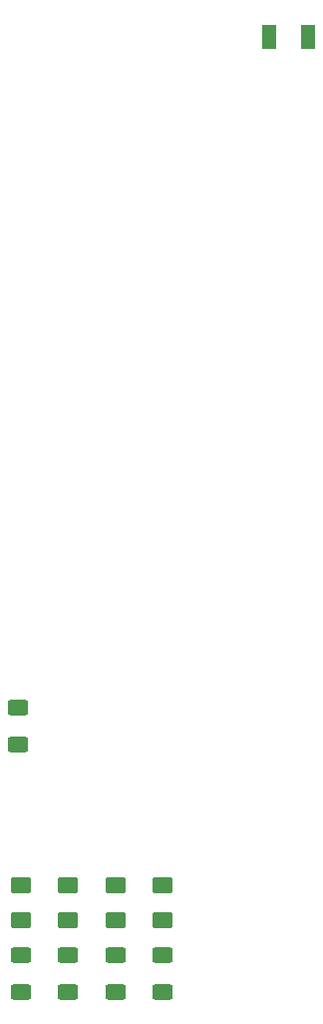
<source format=gbr>
%TF.GenerationSoftware,KiCad,Pcbnew,8.0.7*%
%TF.CreationDate,2025-01-17T12:14:06-05:00*%
%TF.ProjectId,BREAD_slice_v2,42524541-445f-4736-9c69-63655f76322e,rev?*%
%TF.SameCoordinates,Original*%
%TF.FileFunction,Paste,Top*%
%TF.FilePolarity,Positive*%
%FSLAX46Y46*%
G04 Gerber Fmt 4.6, Leading zero omitted, Abs format (unit mm)*
G04 Created by KiCad (PCBNEW 8.0.7) date 2025-01-17 12:14:06*
%MOMM*%
%LPD*%
G01*
G04 APERTURE LIST*
G04 Aperture macros list*
%AMRoundRect*
0 Rectangle with rounded corners*
0 $1 Rounding radius*
0 $2 $3 $4 $5 $6 $7 $8 $9 X,Y pos of 4 corners*
0 Add a 4 corners polygon primitive as box body*
4,1,4,$2,$3,$4,$5,$6,$7,$8,$9,$2,$3,0*
0 Add four circle primitives for the rounded corners*
1,1,$1+$1,$2,$3*
1,1,$1+$1,$4,$5*
1,1,$1+$1,$6,$7*
1,1,$1+$1,$8,$9*
0 Add four rect primitives between the rounded corners*
20,1,$1+$1,$2,$3,$4,$5,0*
20,1,$1+$1,$4,$5,$6,$7,0*
20,1,$1+$1,$6,$7,$8,$9,0*
20,1,$1+$1,$8,$9,$2,$3,0*%
G04 Aperture macros list end*
%ADD10RoundRect,0.250000X0.625000X-0.400000X0.625000X0.400000X-0.625000X0.400000X-0.625000X-0.400000X0*%
%ADD11R,1.270000X2.032000*%
%ADD12RoundRect,0.250001X0.624999X-0.462499X0.624999X0.462499X-0.624999X0.462499X-0.624999X-0.462499X0*%
G04 APERTURE END LIST*
D10*
%TO.C,R5*%
X140500000Y-115550000D03*
X140500000Y-112450000D03*
%TD*%
%TO.C,R4*%
X140750000Y-136550000D03*
X140750000Y-133450000D03*
%TD*%
D11*
%TO.C,C1*%
X161849000Y-55500000D03*
X165151000Y-55500000D03*
%TD*%
D12*
%TO.C,D4*%
X140750000Y-130487500D03*
X140750000Y-127512500D03*
%TD*%
%TO.C,D1*%
X152750000Y-130487500D03*
X152750000Y-127512500D03*
%TD*%
%TO.C,D3*%
X144750000Y-130487500D03*
X144750000Y-127512500D03*
%TD*%
D10*
%TO.C,R3*%
X144750000Y-136550000D03*
X144750000Y-133450000D03*
%TD*%
D12*
%TO.C,D2*%
X148750000Y-130487500D03*
X148750000Y-127512500D03*
%TD*%
D10*
%TO.C,R2*%
X148750000Y-136550000D03*
X148750000Y-133450000D03*
%TD*%
%TO.C,R1*%
X152750000Y-136550000D03*
X152750000Y-133450000D03*
%TD*%
M02*

</source>
